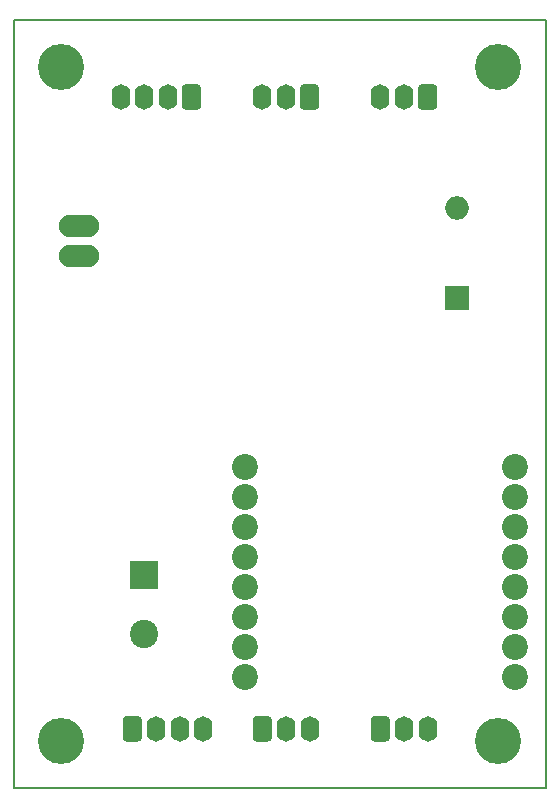
<source format=gbr>
%TF.GenerationSoftware,KiCad,Pcbnew,5.1.1*%
%TF.CreationDate,2019-04-24T12:59:08+01:00*%
%TF.ProjectId,ESP8266_home_battery_controller,45535038-3236-4365-9f68-6f6d655f6261,0.6*%
%TF.SameCoordinates,Original*%
%TF.FileFunction,Soldermask,Bot*%
%TF.FilePolarity,Negative*%
%FSLAX46Y46*%
G04 Gerber Fmt 4.6, Leading zero omitted, Abs format (unit mm)*
G04 Created by KiCad (PCBNEW 5.1.1) date 2019-04-24 12:59:08*
%MOMM*%
%LPD*%
G04 APERTURE LIST*
%ADD10C,0.150000*%
%ADD11O,1.600000X2.150000*%
%ADD12C,0.100000*%
%ADD13C,1.600000*%
%ADD14C,2.200000*%
%ADD15C,3.900000*%
%ADD16O,3.410000X1.910000*%
%ADD17C,2.400000*%
%ADD18R,2.400000X2.400000*%
%ADD19R,2.000000X2.000000*%
%ADD20O,2.000000X2.000000*%
G04 APERTURE END LIST*
D10*
X150000000Y-55000000D02*
X195000000Y-55000000D01*
X150000000Y-120000000D02*
X150000000Y-55000000D01*
X195000000Y-120000000D02*
X150000000Y-120000000D01*
X195000000Y-55000000D02*
X195000000Y-120000000D01*
D11*
X171000000Y-61500000D03*
X173000000Y-61500000D03*
D12*
G36*
X175499340Y-60426605D02*
G01*
X175531698Y-60431405D01*
X175563429Y-60439353D01*
X175594229Y-60450373D01*
X175623800Y-60464359D01*
X175651857Y-60481177D01*
X175678132Y-60500663D01*
X175702369Y-60522631D01*
X175724337Y-60546868D01*
X175743823Y-60573143D01*
X175760641Y-60601200D01*
X175774627Y-60630771D01*
X175785647Y-60661571D01*
X175793595Y-60693302D01*
X175798395Y-60725660D01*
X175800000Y-60758332D01*
X175800000Y-62241668D01*
X175798395Y-62274340D01*
X175793595Y-62306698D01*
X175785647Y-62338429D01*
X175774627Y-62369229D01*
X175760641Y-62398800D01*
X175743823Y-62426857D01*
X175724337Y-62453132D01*
X175702369Y-62477369D01*
X175678132Y-62499337D01*
X175651857Y-62518823D01*
X175623800Y-62535641D01*
X175594229Y-62549627D01*
X175563429Y-62560647D01*
X175531698Y-62568595D01*
X175499340Y-62573395D01*
X175466668Y-62575000D01*
X174533332Y-62575000D01*
X174500660Y-62573395D01*
X174468302Y-62568595D01*
X174436571Y-62560647D01*
X174405771Y-62549627D01*
X174376200Y-62535641D01*
X174348143Y-62518823D01*
X174321868Y-62499337D01*
X174297631Y-62477369D01*
X174275663Y-62453132D01*
X174256177Y-62426857D01*
X174239359Y-62398800D01*
X174225373Y-62369229D01*
X174214353Y-62338429D01*
X174206405Y-62306698D01*
X174201605Y-62274340D01*
X174200000Y-62241668D01*
X174200000Y-60758332D01*
X174201605Y-60725660D01*
X174206405Y-60693302D01*
X174214353Y-60661571D01*
X174225373Y-60630771D01*
X174239359Y-60601200D01*
X174256177Y-60573143D01*
X174275663Y-60546868D01*
X174297631Y-60522631D01*
X174321868Y-60500663D01*
X174348143Y-60481177D01*
X174376200Y-60464359D01*
X174405771Y-60450373D01*
X174436571Y-60439353D01*
X174468302Y-60431405D01*
X174500660Y-60426605D01*
X174533332Y-60425000D01*
X175466668Y-60425000D01*
X175499340Y-60426605D01*
X175499340Y-60426605D01*
G37*
D13*
X175000000Y-61500000D03*
D14*
X169570000Y-92840000D03*
X169570000Y-95380000D03*
X169570000Y-97920000D03*
X169570000Y-100460000D03*
X169570000Y-103000000D03*
X169570000Y-105540000D03*
X169570000Y-108080000D03*
X169570000Y-110620000D03*
X192430000Y-110620000D03*
X192430000Y-108080000D03*
X192430000Y-105540000D03*
X192430000Y-103000000D03*
X192430000Y-100460000D03*
X192430000Y-97920000D03*
X192430000Y-95380000D03*
X192430000Y-92840000D03*
D15*
X191000000Y-116000000D03*
D16*
X155500000Y-75000000D03*
X155500000Y-72460000D03*
D15*
X154000000Y-59000000D03*
X191000000Y-59000000D03*
X154000000Y-116000000D03*
D12*
G36*
X165499340Y-60426605D02*
G01*
X165531698Y-60431405D01*
X165563429Y-60439353D01*
X165594229Y-60450373D01*
X165623800Y-60464359D01*
X165651857Y-60481177D01*
X165678132Y-60500663D01*
X165702369Y-60522631D01*
X165724337Y-60546868D01*
X165743823Y-60573143D01*
X165760641Y-60601200D01*
X165774627Y-60630771D01*
X165785647Y-60661571D01*
X165793595Y-60693302D01*
X165798395Y-60725660D01*
X165800000Y-60758332D01*
X165800000Y-62241668D01*
X165798395Y-62274340D01*
X165793595Y-62306698D01*
X165785647Y-62338429D01*
X165774627Y-62369229D01*
X165760641Y-62398800D01*
X165743823Y-62426857D01*
X165724337Y-62453132D01*
X165702369Y-62477369D01*
X165678132Y-62499337D01*
X165651857Y-62518823D01*
X165623800Y-62535641D01*
X165594229Y-62549627D01*
X165563429Y-62560647D01*
X165531698Y-62568595D01*
X165499340Y-62573395D01*
X165466668Y-62575000D01*
X164533332Y-62575000D01*
X164500660Y-62573395D01*
X164468302Y-62568595D01*
X164436571Y-62560647D01*
X164405771Y-62549627D01*
X164376200Y-62535641D01*
X164348143Y-62518823D01*
X164321868Y-62499337D01*
X164297631Y-62477369D01*
X164275663Y-62453132D01*
X164256177Y-62426857D01*
X164239359Y-62398800D01*
X164225373Y-62369229D01*
X164214353Y-62338429D01*
X164206405Y-62306698D01*
X164201605Y-62274340D01*
X164200000Y-62241668D01*
X164200000Y-60758332D01*
X164201605Y-60725660D01*
X164206405Y-60693302D01*
X164214353Y-60661571D01*
X164225373Y-60630771D01*
X164239359Y-60601200D01*
X164256177Y-60573143D01*
X164275663Y-60546868D01*
X164297631Y-60522631D01*
X164321868Y-60500663D01*
X164348143Y-60481177D01*
X164376200Y-60464359D01*
X164405771Y-60450373D01*
X164436571Y-60439353D01*
X164468302Y-60431405D01*
X164500660Y-60426605D01*
X164533332Y-60425000D01*
X165466668Y-60425000D01*
X165499340Y-60426605D01*
X165499340Y-60426605D01*
G37*
D13*
X165000000Y-61500000D03*
D11*
X163000000Y-61500000D03*
X161000000Y-61500000D03*
X159000000Y-61500000D03*
X175000000Y-115000000D03*
X173000000Y-115000000D03*
D12*
G36*
X171499340Y-113926605D02*
G01*
X171531698Y-113931405D01*
X171563429Y-113939353D01*
X171594229Y-113950373D01*
X171623800Y-113964359D01*
X171651857Y-113981177D01*
X171678132Y-114000663D01*
X171702369Y-114022631D01*
X171724337Y-114046868D01*
X171743823Y-114073143D01*
X171760641Y-114101200D01*
X171774627Y-114130771D01*
X171785647Y-114161571D01*
X171793595Y-114193302D01*
X171798395Y-114225660D01*
X171800000Y-114258332D01*
X171800000Y-115741668D01*
X171798395Y-115774340D01*
X171793595Y-115806698D01*
X171785647Y-115838429D01*
X171774627Y-115869229D01*
X171760641Y-115898800D01*
X171743823Y-115926857D01*
X171724337Y-115953132D01*
X171702369Y-115977369D01*
X171678132Y-115999337D01*
X171651857Y-116018823D01*
X171623800Y-116035641D01*
X171594229Y-116049627D01*
X171563429Y-116060647D01*
X171531698Y-116068595D01*
X171499340Y-116073395D01*
X171466668Y-116075000D01*
X170533332Y-116075000D01*
X170500660Y-116073395D01*
X170468302Y-116068595D01*
X170436571Y-116060647D01*
X170405771Y-116049627D01*
X170376200Y-116035641D01*
X170348143Y-116018823D01*
X170321868Y-115999337D01*
X170297631Y-115977369D01*
X170275663Y-115953132D01*
X170256177Y-115926857D01*
X170239359Y-115898800D01*
X170225373Y-115869229D01*
X170214353Y-115838429D01*
X170206405Y-115806698D01*
X170201605Y-115774340D01*
X170200000Y-115741668D01*
X170200000Y-114258332D01*
X170201605Y-114225660D01*
X170206405Y-114193302D01*
X170214353Y-114161571D01*
X170225373Y-114130771D01*
X170239359Y-114101200D01*
X170256177Y-114073143D01*
X170275663Y-114046868D01*
X170297631Y-114022631D01*
X170321868Y-114000663D01*
X170348143Y-113981177D01*
X170376200Y-113964359D01*
X170405771Y-113950373D01*
X170436571Y-113939353D01*
X170468302Y-113931405D01*
X170500660Y-113926605D01*
X170533332Y-113925000D01*
X171466668Y-113925000D01*
X171499340Y-113926605D01*
X171499340Y-113926605D01*
G37*
D13*
X171000000Y-115000000D03*
D12*
G36*
X185499340Y-60426605D02*
G01*
X185531698Y-60431405D01*
X185563429Y-60439353D01*
X185594229Y-60450373D01*
X185623800Y-60464359D01*
X185651857Y-60481177D01*
X185678132Y-60500663D01*
X185702369Y-60522631D01*
X185724337Y-60546868D01*
X185743823Y-60573143D01*
X185760641Y-60601200D01*
X185774627Y-60630771D01*
X185785647Y-60661571D01*
X185793595Y-60693302D01*
X185798395Y-60725660D01*
X185800000Y-60758332D01*
X185800000Y-62241668D01*
X185798395Y-62274340D01*
X185793595Y-62306698D01*
X185785647Y-62338429D01*
X185774627Y-62369229D01*
X185760641Y-62398800D01*
X185743823Y-62426857D01*
X185724337Y-62453132D01*
X185702369Y-62477369D01*
X185678132Y-62499337D01*
X185651857Y-62518823D01*
X185623800Y-62535641D01*
X185594229Y-62549627D01*
X185563429Y-62560647D01*
X185531698Y-62568595D01*
X185499340Y-62573395D01*
X185466668Y-62575000D01*
X184533332Y-62575000D01*
X184500660Y-62573395D01*
X184468302Y-62568595D01*
X184436571Y-62560647D01*
X184405771Y-62549627D01*
X184376200Y-62535641D01*
X184348143Y-62518823D01*
X184321868Y-62499337D01*
X184297631Y-62477369D01*
X184275663Y-62453132D01*
X184256177Y-62426857D01*
X184239359Y-62398800D01*
X184225373Y-62369229D01*
X184214353Y-62338429D01*
X184206405Y-62306698D01*
X184201605Y-62274340D01*
X184200000Y-62241668D01*
X184200000Y-60758332D01*
X184201605Y-60725660D01*
X184206405Y-60693302D01*
X184214353Y-60661571D01*
X184225373Y-60630771D01*
X184239359Y-60601200D01*
X184256177Y-60573143D01*
X184275663Y-60546868D01*
X184297631Y-60522631D01*
X184321868Y-60500663D01*
X184348143Y-60481177D01*
X184376200Y-60464359D01*
X184405771Y-60450373D01*
X184436571Y-60439353D01*
X184468302Y-60431405D01*
X184500660Y-60426605D01*
X184533332Y-60425000D01*
X185466668Y-60425000D01*
X185499340Y-60426605D01*
X185499340Y-60426605D01*
G37*
D13*
X185000000Y-61500000D03*
D11*
X183000000Y-61500000D03*
X181000000Y-61500000D03*
D12*
G36*
X181499340Y-113926605D02*
G01*
X181531698Y-113931405D01*
X181563429Y-113939353D01*
X181594229Y-113950373D01*
X181623800Y-113964359D01*
X181651857Y-113981177D01*
X181678132Y-114000663D01*
X181702369Y-114022631D01*
X181724337Y-114046868D01*
X181743823Y-114073143D01*
X181760641Y-114101200D01*
X181774627Y-114130771D01*
X181785647Y-114161571D01*
X181793595Y-114193302D01*
X181798395Y-114225660D01*
X181800000Y-114258332D01*
X181800000Y-115741668D01*
X181798395Y-115774340D01*
X181793595Y-115806698D01*
X181785647Y-115838429D01*
X181774627Y-115869229D01*
X181760641Y-115898800D01*
X181743823Y-115926857D01*
X181724337Y-115953132D01*
X181702369Y-115977369D01*
X181678132Y-115999337D01*
X181651857Y-116018823D01*
X181623800Y-116035641D01*
X181594229Y-116049627D01*
X181563429Y-116060647D01*
X181531698Y-116068595D01*
X181499340Y-116073395D01*
X181466668Y-116075000D01*
X180533332Y-116075000D01*
X180500660Y-116073395D01*
X180468302Y-116068595D01*
X180436571Y-116060647D01*
X180405771Y-116049627D01*
X180376200Y-116035641D01*
X180348143Y-116018823D01*
X180321868Y-115999337D01*
X180297631Y-115977369D01*
X180275663Y-115953132D01*
X180256177Y-115926857D01*
X180239359Y-115898800D01*
X180225373Y-115869229D01*
X180214353Y-115838429D01*
X180206405Y-115806698D01*
X180201605Y-115774340D01*
X180200000Y-115741668D01*
X180200000Y-114258332D01*
X180201605Y-114225660D01*
X180206405Y-114193302D01*
X180214353Y-114161571D01*
X180225373Y-114130771D01*
X180239359Y-114101200D01*
X180256177Y-114073143D01*
X180275663Y-114046868D01*
X180297631Y-114022631D01*
X180321868Y-114000663D01*
X180348143Y-113981177D01*
X180376200Y-113964359D01*
X180405771Y-113950373D01*
X180436571Y-113939353D01*
X180468302Y-113931405D01*
X180500660Y-113926605D01*
X180533332Y-113925000D01*
X181466668Y-113925000D01*
X181499340Y-113926605D01*
X181499340Y-113926605D01*
G37*
D13*
X181000000Y-115000000D03*
D11*
X183000000Y-115000000D03*
X185000000Y-115000000D03*
D12*
G36*
X160499340Y-113926605D02*
G01*
X160531698Y-113931405D01*
X160563429Y-113939353D01*
X160594229Y-113950373D01*
X160623800Y-113964359D01*
X160651857Y-113981177D01*
X160678132Y-114000663D01*
X160702369Y-114022631D01*
X160724337Y-114046868D01*
X160743823Y-114073143D01*
X160760641Y-114101200D01*
X160774627Y-114130771D01*
X160785647Y-114161571D01*
X160793595Y-114193302D01*
X160798395Y-114225660D01*
X160800000Y-114258332D01*
X160800000Y-115741668D01*
X160798395Y-115774340D01*
X160793595Y-115806698D01*
X160785647Y-115838429D01*
X160774627Y-115869229D01*
X160760641Y-115898800D01*
X160743823Y-115926857D01*
X160724337Y-115953132D01*
X160702369Y-115977369D01*
X160678132Y-115999337D01*
X160651857Y-116018823D01*
X160623800Y-116035641D01*
X160594229Y-116049627D01*
X160563429Y-116060647D01*
X160531698Y-116068595D01*
X160499340Y-116073395D01*
X160466668Y-116075000D01*
X159533332Y-116075000D01*
X159500660Y-116073395D01*
X159468302Y-116068595D01*
X159436571Y-116060647D01*
X159405771Y-116049627D01*
X159376200Y-116035641D01*
X159348143Y-116018823D01*
X159321868Y-115999337D01*
X159297631Y-115977369D01*
X159275663Y-115953132D01*
X159256177Y-115926857D01*
X159239359Y-115898800D01*
X159225373Y-115869229D01*
X159214353Y-115838429D01*
X159206405Y-115806698D01*
X159201605Y-115774340D01*
X159200000Y-115741668D01*
X159200000Y-114258332D01*
X159201605Y-114225660D01*
X159206405Y-114193302D01*
X159214353Y-114161571D01*
X159225373Y-114130771D01*
X159239359Y-114101200D01*
X159256177Y-114073143D01*
X159275663Y-114046868D01*
X159297631Y-114022631D01*
X159321868Y-114000663D01*
X159348143Y-113981177D01*
X159376200Y-113964359D01*
X159405771Y-113950373D01*
X159436571Y-113939353D01*
X159468302Y-113931405D01*
X159500660Y-113926605D01*
X159533332Y-113925000D01*
X160466668Y-113925000D01*
X160499340Y-113926605D01*
X160499340Y-113926605D01*
G37*
D13*
X160000000Y-115000000D03*
D11*
X162000000Y-115000000D03*
X164000000Y-115000000D03*
X166000000Y-115000000D03*
D17*
X161000000Y-107000000D03*
D18*
X161000000Y-102000000D03*
D19*
X187500000Y-78500000D03*
D20*
X187500000Y-70880000D03*
M02*

</source>
